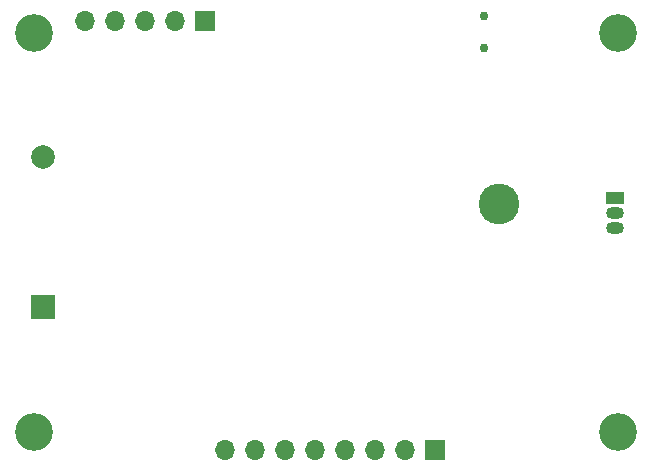
<source format=gbr>
%TF.GenerationSoftware,KiCad,Pcbnew,(5.1.8)-1*%
%TF.CreationDate,2020-12-21T16:49:44+02:00*%
%TF.ProjectId,Thermometer,54686572-6d6f-46d6-9574-65722e6b6963,rev?*%
%TF.SameCoordinates,Original*%
%TF.FileFunction,Soldermask,Bot*%
%TF.FilePolarity,Negative*%
%FSLAX46Y46*%
G04 Gerber Fmt 4.6, Leading zero omitted, Abs format (unit mm)*
G04 Created by KiCad (PCBNEW (5.1.8)-1) date 2020-12-21 16:49:44*
%MOMM*%
%LPD*%
G01*
G04 APERTURE LIST*
%ADD10C,3.200000*%
%ADD11O,1.500000X1.050000*%
%ADD12R,1.500000X1.050000*%
%ADD13R,2.000000X2.000000*%
%ADD14C,2.000000*%
%ADD15C,3.450000*%
%ADD16R,1.700000X1.700000*%
%ADD17O,1.700000X1.700000*%
%ADD18C,0.750000*%
G04 APERTURE END LIST*
D10*
%TO.C,REF\u002A\u002A*%
X34671000Y-166370000D03*
%TD*%
%TO.C,REF\u002A\u002A*%
X34671000Y-132588000D03*
%TD*%
%TO.C,REF\u002A\u002A*%
X84074000Y-132588000D03*
%TD*%
%TO.C,REF\u002A\u002A*%
X84074000Y-166370000D03*
%TD*%
D11*
%TO.C,U2*%
X83820000Y-147828000D03*
X83820000Y-149098000D03*
D12*
X83820000Y-146558000D03*
%TD*%
D13*
%TO.C,BT1*%
X35433000Y-155829000D03*
D14*
X35433000Y-143129000D03*
D15*
X74043000Y-147129000D03*
%TD*%
D16*
%TO.C,J1*%
X49149000Y-131572000D03*
D17*
X46609000Y-131572000D03*
X44069000Y-131572000D03*
X41529000Y-131572000D03*
X38989000Y-131572000D03*
%TD*%
D16*
%TO.C,J2*%
X68580000Y-167894000D03*
D17*
X66040000Y-167894000D03*
X63500000Y-167894000D03*
X60960000Y-167894000D03*
X58420000Y-167894000D03*
X55880000Y-167894000D03*
X53340000Y-167894000D03*
X50800000Y-167894000D03*
%TD*%
D18*
%TO.C,SW1*%
X72707500Y-133899500D03*
X72707500Y-131149500D03*
%TD*%
M02*

</source>
